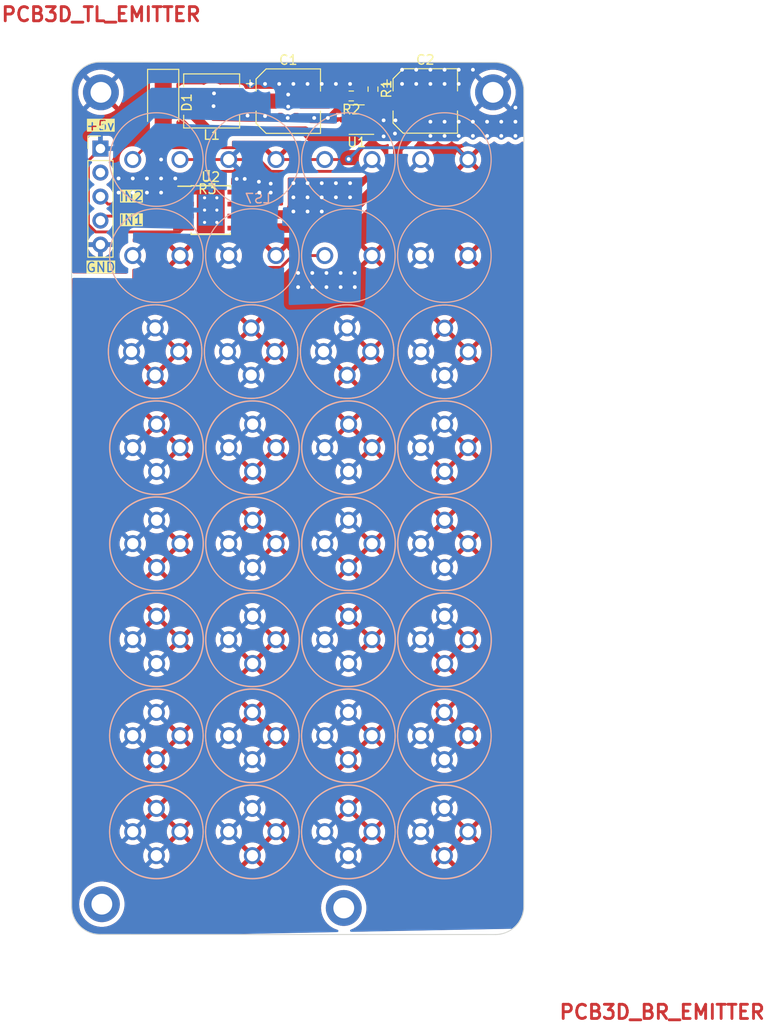
<source format=kicad_pcb>
(kicad_pcb (version 20221018) (generator pcbnew)
  (layers (0 "F.Cu" signal) (31 "B.Cu" signal) (34 "B.Paste" user) (35 "F.Paste" user) (36 "B.SilkS" user "B.Silkscreen") (37 "F.SilkS" user "F.Silkscreen") (38 "B.Mask" user) (39 "F.Mask" user) (44 "Edge.Cuts" user))
  (net 0 "")
  (net 1 "+5V")
  (net 2 "+3V3")
  (net 3 "U5")
  (net 4 "R6")
  (net 5 "GND")
  (net 6 "TM")
  (net 7 "TP")
  (net 8 "+24V")
  (net 9 "Net-(U2-ISEN)")
  (net 10 "Net-(D1-A)")
  (net 11 "Net-(U1-FB)")
  (footprint "Resistor_SMD:R_0603_1608Metric" (layer "F.Cu") (at 37.94 33.2 180)
    (fp_text reference "R3" (at 0 -1.43) (layer "F.SilkS"))
    (fp_text value "0.2")
    (pad "1" smd roundrect (at -0.825 0 180) (size 0.8 0.95) (layers "F.Cu" "F.Paste" "F.Mask") (net 9 "Net-(U2-ISEN)"))
    (pad "2" smd roundrect (at 0.825 0 180) (size 0.8 0.95) (layers "F.Cu" "F.Paste" "F.Mask") (net 5 "GND"))
  )
  (footprint "MountingHole:MountingHole_2.2mm_M2_DIN965_Pad_TopBottom" (layer "F.Cu") (at 52.37 110.69)
    (fp_text reference "H6" hide)
    (fp_text value "MountingHole_Pad" hide)
    (pad "1" thru_hole circle (at 0 0) (size 2.6 2.6) (drill 2.2) (layers "*.Cu" "*.Mask") (net 5 "GND"))
    (pad "1" connect circle (at 0 0) (size 3.8 3.8) (layers "F.Cu" "F.Mask") (net 5 "GND"))
    (pad "1" connect circle (at 0 0) (size 3.8 3.8) (layers "B.Cu" "B.Mask") (net 5 "GND"))
  )
  (footprint "MountingHole:MountingHole_2.2mm_M2_DIN965_Pad_TopBottom" (layer "F.Cu") (at 26.67 24.39)
    (fp_text reference "H2" hide)
    (fp_text value "MountingHole_Pad" hide)
    (pad "1" thru_hole circle (at 0 0) (size 2.6 2.6) (drill 2.2) (layers "*.Cu" "*.Mask") (net 5 "GND"))
    (pad "1" connect circle (at 0 0) (size 3.8 3.8) (layers "F.Cu" "F.Mask") (net 5 "GND"))
    (pad "1" connect circle (at 0 0) (size 3.8 3.8) (layers "B.Cu" "B.Mask") (net 5 "GND"))
  )
  (footprint "Resistor_SMD:R_0603_1608Metric" (layer "F.Cu") (at 53.165 24.775 180)
    (fp_text reference "R2" (at 0 -1.43) (layer "F.SilkS"))
    (fp_text value "2k2")
    (pad "1" smd roundrect (at -0.825 0 180) (size 0.8 0.95) (layers "F.Cu" "F.Paste" "F.Mask") (net 11 "Net-(U1-FB)"))
    (pad "2" smd roundrect (at 0.825 0 180) (size 0.8 0.95) (layers "F.Cu" "F.Paste" "F.Mask") (net 5 "GND"))
  )
  (footprint "Connector_PinHeader_2.54mm:PinHeader_1x05_P2.54mm_Vertical" (layer "F.Cu") (at 26.62 30.34)
    (fp_text reference "J1" (at 0 -2.33) (layer "F.SilkS"))
    (fp_text value "Conn_01x05_Pin")
    (pad "1" thru_hole rect (at 0 0) (size 1.7 1.7) (drill 1) (layers "*.Cu" "*.Mask") (net 1 "+5V"))
    (pad "2" thru_hole oval (at 0 2.54) (size 1.7 1.7) (drill 1) (layers "*.Cu" "*.Mask") (net 2 "+3V3"))
    (pad "3" thru_hole oval (at 0 5.08) (size 1.7 1.7) (drill 1) (layers "*.Cu" "*.Mask") (net 3 "U5"))
    (pad "4" thru_hole oval (at 0 7.62) (size 1.7 1.7) (drill 1) (layers "*.Cu" "*.Mask") (net 4 "R6"))
    (pad "5" thru_hole oval (at 0 10.16) (size 1.7 1.7) (drill 1) (layers "*.Cu" "*.Mask") (net 5 "GND"))
  )
  (footprint "Diode_SMD:D_SMA" (layer "F.Cu") (at 33.26 25.4675 -90)
    (fp_text reference "D1" (at 0 -2.5 90) (layer "F.SilkS"))
    (fp_text value "SS34 ")
    (pad "1" smd roundrect (at -2 0 270) (size 2.5 1.8) (layers "F.Cu" "F.Paste" "F.Mask") (roundrect_rratio 0.1388888889) (net 8 "+24V"))
    (pad "2" smd roundrect (at 2 0 270) (size 2.5 1.8) (layers "F.Cu" "F.Paste" "F.Mask") (roundrect_rratio 0.1388888889) (net 10 "Net-(D1-A)"))
  )
  (footprint "Package_SO:Texas_HTSOP-8-1EP_3.9x4.9mm_P1.27mm_EP2.95x4.9mm_Mask2.4x3.1mm_ThermalVias" (layer "F.Cu") (at 38.29 36.85)
    (fp_text reference "U2" (at 0 -3.5) (layer "F.SilkS"))
    (fp_text value "DRV8870DDA")
    (pad "1" smd rect (at -2.875 -1.905) (size 2.2 0.5) (layers "F.Cu" "F.Paste" "F.Mask") (net 5 "GND"))
    (pad "2" smd rect (at -2.875 -0.635) (size 2.2 0.5) (layers "F.Cu" "F.Paste" "F.Mask") (net 3 "U5"))
    (pad "3" smd rect (at -2.875 0.635) (size 2.2 0.5) (layers "F.Cu" "F.Paste" "F.Mask") (net 4 "R6"))
    (pad "4" smd rect (at -2.875 1.905) (size 2.2 0.5) (layers "F.Cu" "F.Paste" "F.Mask") (net 1 "+5V"))
    (pad "5" smd rect (at 2.875 1.905) (size 2.2 0.5) (layers "F.Cu" "F.Paste" "F.Mask") (net 8 "+24V"))
    (pad "6" smd rect (at 2.875 0.635) (size 2.2 0.5) (layers "F.Cu" "F.Paste" "F.Mask") (net 6 "TM"))
    (pad "7" smd rect (at 2.875 -0.635) (size 2.2 0.5) (layers "F.Cu" "F.Paste" "F.Mask") (net 9 "Net-(U2-ISEN)"))
    (pad "8" smd rect (at 2.875 -1.905) (size 2.2 0.5) (layers "F.Cu" "F.Paste" "F.Mask") (net 7 "TP"))
    (pad "9" thru_hole circle (at -0.65 -1.3) (size 0.63 0.63) (drill 0.33) (layers "*.Cu" "*.Mask") (net 5 "GND"))
    (pad "9" thru_hole circle (at -0.65 0) (size 0.63 0.63) (drill 0.33) (layers "*.Cu" "*.Mask") (net 5 "GND"))
    (pad "9" thru_hole circle (at -0.65 1.3) (size 0.63 0.63) (drill 0.33) (layers "*.Cu" "*.Mask") (net 5 "GND"))
    (pad "9" smd rect (at 0 0) (size 2.6 3.3) (layers "B.Cu") (net 5 "GND"))
    (pad "9" smd rect (at 0 0) (size 2.95 4.9) (layers "F.Cu") (net 5 "GND"))
    (pad "9" thru_hole circle (at 0.65 -1.3) (size 0.63 0.63) (drill 0.33) (layers "*.Cu" "*.Mask") (net 5 "GND"))
    (pad "9" thru_hole circle (at 0.65 0) (size 0.63 0.63) (drill 0.33) (layers "*.Cu" "*.Mask") (net 5 "GND"))
    (pad "9" thru_hole circle (at 0.65 1.3) (size 0.63 0.63) (drill 0.33) (layers "*.Cu" "*.Mask") (net 5 "GND"))
  )
  (footprint "Resistor_SMD:R_0603_1608Metric" (layer "F.Cu") (at 55.465 24.05 -90)
    (fp_text reference "R1" (at 0 -1.43 90) (layer "F.SilkS"))
    (fp_text value "82k")
    (pad "1" smd roundrect (at -0.825 0 270) (size 0.8 0.95) (layers "F.Cu" "F.Paste" "F.Mask") (net 8 "+24V"))
    (pad "2" smd roundrect (at 0.825 0 270) (size 0.8 0.95) (layers "F.Cu" "F.Paste" "F.Mask") (net 11 "Net-(U1-FB)"))
  )
  (footprint "MountingHole:MountingHole_2.2mm_M2_DIN965_Pad_TopBottom" (layer "F.Cu") (at 26.77 110.29)
    (fp_text reference "H4" hide)
    (fp_text value "MountingHole_Pad" hide)
    (pad "1" thru_hole circle (at 0 0) (size 2.6 2.6) (drill 2.2) (layers "*.Cu" "*.Mask") (net 5 "GND"))
    (pad "1" connect circle (at 0 0) (size 3.8 3.8) (layers "F.Cu" "F.Mask") (net 5 "GND"))
    (pad "1" connect circle (at 0 0) (size 3.8 3.8) (layers "B.Cu" "B.Mask") (net 5 "GND"))
  )
  (footprint "Inductor_SMD:L_Sunlord_MWSA0503S" (layer "F.Cu") (at 38.39 25.3 180)
    (fp_text reference "L1" (at 0 -3.6) (layer "F.SilkS"))
    (fp_text value "22uH")
    (pad "1" smd rect (at -2.05 0 180) (size 1.9 2.5) (layers "F.Cu" "F.Paste" "F.Mask") (net 1 "+5V"))
    (pad "2" smd rect (at 2.05 0 180) (size 1.9 2.5) (layers "F.Cu" "F.Paste" "F.Mask") (net 10 "Net-(D1-A)"))
  )
  (footprint "Package_TO_SOT_SMD:SOT-23-6" (layer "F.Cu") (at 53.74 27.275 180)
    (fp_text reference "U1" (at 0 -2.4) (layer "F.SilkS"))
    (fp_text value "MT3608")
    (pad "1" smd roundrect (at -1.1375 -0.95 180) (size 1.325 0.6) (layers "F.Cu" "F.Paste" "F.Mask") (net 10 "Net-(D1-A)"))
    (pad "2" smd roundrect (at -1.1375 0 180) (size 1.325 0.6) (layers "F.Cu" "F.Paste" "F.Mask") (net 5 "GND"))
    (pad "3" smd roundrect (at -1.1375 0.95 180) (size 1.325 0.6) (layers "F.Cu" "F.Paste" "F.Mask") (net 11 "Net-(U1-FB)"))
    (pad "4" smd roundrect (at 1.1375 0.95 180) (size 1.325 0.6) (layers "F.Cu" "F.Paste" "F.Mask") (net 1 "+5V"))
    (pad "5" smd roundrect (at 1.1375 0 180) (size 1.325 0.6) (layers "F.Cu" "F.Paste" "F.Mask") (net 1 "+5V"))
    (pad "6" smd roundrect (at 1.1375 -0.95 180) (size 1.325 0.6) (layers "F.Cu" "F.Paste" "F.Mask"))
  )
  (footprint "Capacitor_SMD:CP_Elec_6.3x5.4" (layer "F.Cu") (at 61 25.3)
    (fp_text reference "C2" (at 0 -4.35) (layer "F.SilkS"))
    (fp_text value "33uF")
    (pad "1" smd roundrect (at -2.8 0) (size 3.5 1.6) (layers "F.Cu" "F.Paste" "F.Mask") (roundrect_rratio 0.15625) (net 8 "+24V"))
    (pad "2" smd roundrect (at 2.8 0) (size 3.5 1.6) (layers "F.Cu" "F.Paste" "F.Mask") (roundrect_rratio 0.15625) (net 5 "GND"))
  )
  (footprint "Capacitor_SMD:CP_Elec_6.3x5.4" (layer "F.Cu") (at 46.5 25.32)
    (fp_text reference "C1" (at 0 -4.35) (layer "F.SilkS"))
    (fp_text value "33uF")
    (pad "1" smd roundrect (at -2.8 0) (size 3.5 1.6) (layers "F.Cu" "F.Paste" "F.Mask") (roundrect_rratio 0.15625) (net 1 "+5V"))
    (pad "2" smd roundrect (at 2.8 0) (size 3.5 1.6) (layers "F.Cu" "F.Paste" "F.Mask") (roundrect_rratio 0.15625) (net 5 "GND"))
  )
  (footprint "MountingHole:MountingHole_2.2mm_M2_DIN965_Pad_TopBottom" (layer "F.Cu") (at 68.17 24.39)
    (fp_text reference "H5" hide)
    (fp_text value "MountingHole_Pad")
    (pad "1" thru_hole circle (at 0 0) (size 2.6 2.6) (drill 2.2) (layers "*.Cu" "*.Mask") (net 5 "GND"))
    (pad "1" connect circle (at 0 0) (size 3.8 3.8) (layers "F.Cu" "F.Mask") (net 5 "GND"))
    (pad "1" connect circle (at 0 0) (size 3.8 3.8) (layers "B.Cu" "B.Mask") (net 5 "GND"))
  )
  (footprint "MA40S4S:XDCR_MA40S4S" (layer "B.Cu") (at 52.729048 51.82)
    (fp_text reference "LS10" hide)
    (fp_text value "MA40S4S" hide)
    (pad "1" thru_hole circle (at -2.5 0) (size 1.8 1.8) (drill 1.2) (layers "*.Cu" "*.Mask") (net 7 "TP"))
    (pad "2" thru_hole circle (at 2.5 0) (size 1.8 1.8) (drill 1.2) (layers "*.Cu" "*.Mask") (net 6 "TM"))
  )
  (footprint "MA40S4S:XDCR_MA40S4S" (layer "B.Cu") (at 63.045002 82.325 90)
    (fp_text reference "LS73" hide)
    (fp_text value "MA40S4S" hide)
    (pad "1" thru_hole circle (at -2.5 0 90) (size 1.8 1.8) (drill 1.2) (layers "*.Cu" "*.Mask") (net 6 "TM"))
    (pad "2" thru_hole circle (at 2.5 0 90) (size 1.8 1.8) (drill 1.2) (layers "*.Cu" "*.Mask") (net 7 "TP"))
  )
  (footprint "MA40S4S:XDCR_MA40S4S" (layer "B.Cu") (at 42.7 82.3 180)
    (fp_text reference "LS23" hide)
    (fp_text value "MA40S4S" hide)
    (pad "1" thru_hole circle (at -2.5 0 180) (size 1.8 1.8) (drill 1.2) (layers "*.Cu" "*.Mask") (net 6 "TM"))
    (pad "2" thru_hole circle (at 2.5 0 180) (size 1.8 1.8) (drill 1.2) (layers "*.Cu" "*.Mask") (net 7 "TP"))
  )
  (footprint "MA40S4S:XDCR_MA40S4S" (layer "B.Cu") (at 32.54 82.3)
    (fp_text reference "LS24" hide)
    (fp_text value "MA40S4S" hide)
    (pad "1" thru_hole circle (at -2.5 0) (size 1.8 1.8) (drill 1.2) (layers "*.Cu" "*.Mask") (net 7 "TP"))
    (pad "2" thru_hole circle (at 2.5 0) (size 1.8 1.8) (drill 1.2) (layers "*.Cu" "*.Mask") (net 6 "TM"))
  )
  (footprint "MA40S4S:XDCR_MA40S4S" (layer "B.Cu") (at 63.02 102.654998 90)
    (fp_text reference "LS75" hide)
    (fp_text value "MA40S4S" hide)
    (pad "1" thru_hole circle (at -2.5 0 90) (size 1.8 1.8) (drill 1.2) (layers "*.Cu" "*.Mask") (net 6 "TM"))
    (pad "2" thru_hole circle (at 2.5 0 90) (size 1.8 1.8) (drill 1.2) (layers "*.Cu" "*.Mask") (net 7 "TP"))
  )
  (footprint "MA40S4S:XDCR_MA40S4S" (layer "B.Cu") (at 63.02 72.14 180)
    (fp_text reference "LS17" hide)
    (fp_text value "MA40S4S" hide)
    (pad "1" thru_hole circle (at -2.5 0 180) (size 1.8 1.8) (drill 1.2) (layers "*.Cu" "*.Mask") (net 6 "TM"))
    (pad "2" thru_hole circle (at 2.5 0 180) (size 1.8 1.8) (drill 1.2) (layers "*.Cu" "*.Mask") (net 7 "TP"))
  )
  (footprint "MA40S4S:XDCR_MA40S4S" (layer "B.Cu") (at 32.565001 72.165 -90)
    (fp_text reference "LS86" hide)
    (fp_text value "MA40S4S" hide)
    (pad "1" thru_hole circle (at -2.5 0 270) (size 1.8 1.8) (drill 1.2) (layers "*.Cu" "*.Mask") (net 7 "TP"))
    (pad "2" thru_hole circle (at 2.5 0 270) (size 1.8 1.8) (drill 1.2) (layers "*.Cu" "*.Mask") (net 6 "TM"))
  )
  (footprint "MA40S4S:XDCR_MA40S4S" (layer "B.Cu") (at 52.86 31.5 180)
    (fp_text reference "LS2" hide)
    (fp_text value "MA40S4S" hide)
    (pad "1" thru_hole circle (at -2.5 0 180) (size 1.8 1.8) (drill 1.2) (layers "*.Cu" "*.Mask") (net 7 "TP"))
    (pad "2" thru_hole circle (at 2.5 0 180) (size 1.8 1.8) (drill 1.2) (layers "*.Cu" "*.Mask") (net 6 "TM"))
  )
  (footprint "MA40S4S:XDCR_MA40S4S" (layer "B.Cu") (at 42.569048 51.82 90)
    (fp_text reference "LS84" hide)
    (fp_text value "MA40S4S" hide)
    (pad "1" thru_hole circle (at -2.5 0 90) (size 1.8 1.8) (drill 1.2) (layers "*.Cu" "*.Mask") (net 7 "TP"))
    (pad "2" thru_hole circle (at 2.5 0 90) (size 1.8 1.8) (drill 1.2) (layers "*.Cu" "*.Mask") (net 6 "TM"))
  )
  (footprint "MA40S4S:XDCR_MA40S4S" (layer "B.Cu") (at 32.409048 51.82 -90)
    (fp_text reference "LS88" hide)
    (fp_text value "MA40S4S" hide)
    (pad "1" thru_hole circle (at -2.5 0 270) (size 1.8 1.8) (drill 1.2) (layers "*.Cu" "*.Mask") (net 7 "TP"))
    (pad "2" thru_hole circle (at 2.5 0 270) (size 1.8 1.8) (drill 1.2) (layers "*.Cu" "*.Mask") (net 6 "TM"))
  )
  (footprint "MA40S4S:XDCR_MA40S4S" (layer "B.Cu") (at 32.54 72.14)
    (fp_text reference "LS20" hide)
    (fp_text value "MA40S4S" hide)
    (pad "1" thru_hole circle (at -2.5 0) (size 1.8 1.8) (drill 1.2) (layers "*.Cu" "*.Mask") (net 7 "TP"))
    (pad "2" thru_hole circle (at 2.5 0) (size 1.8 1.8) (drill 1.2) (layers "*.Cu" "*.Mask") (net 6 "TM"))
  )
  (footprint "MA40S4S:XDCR_MA40S4S" (layer "B.Cu") (at 63.02 102.62 180)
    (fp_text reference "LS29" hide)
    (fp_text value "MA40S4S" hide)
    (pad "1" thru_hole circle (at -2.5 0 180) (size 1.8 1.8) (drill 1.2) (layers "*.Cu" "*.Mask") (net 6 "TM"))
    (pad "2" thru_hole circle (at 2.5 0 180) (size 1.8 1.8) (drill 1.2) (layers "*.Cu" "*.Mask") (net 7 "TP"))
  )
  (footprint "MA40S4S:XDCR_MA40S4S" (layer "B.Cu") (at 63.045002 51.845001 90)
    (fp_text reference "LS76" hide)
    (fp_text value "MA40S4S" hide)
    (pad "1" thru_hole circle (at -2.5 0 90) (size 1.8 1.8) (drill 1.2) (layers "*.Cu" "*.Mask") (net 7 "TP"))
    (pad "2" thru_hole circle (at 2.5 0 90) (size 1.8 1.8) (drill 1.2) (layers "*.Cu" "*.Mask") (net 6 "TM"))
  )
  (footprint "MA40S4S:XDCR_MA40S4S" (layer "B.Cu") (at 52.729048 51.82 -90)
    (fp_text reference "LS80" hide)
    (fp_text value "MA40S4S" hide)
    (pad "1" thru_hole circle (at -2.5 0 270) (size 1.8 1.8) (drill 1.2) (layers "*.Cu" "*.Mask") (net 7 "TP"))
    (pad "2" thru_hole circle (at 2.5 0 270) (size 1.8 1.8) (drill 1.2) (layers "*.Cu" "*.Mask") (net 6 "TM"))
  )
  (footprint "MA40S4S:XDCR_MA40S4S" (layer "B.Cu") (at 32.565001 82.325 -90)
    (fp_text reference "LS85" hide)
    (fp_text value "MA40S4S" hide)
    (pad "1" thru_hole circle (at -2.5 0 270) (size 1.8 1.8) (drill 1.2) (layers "*.Cu" "*.Mask") (net 6 "TM"))
    (pad "2" thru_hole circle (at 2.5 0 270) (size 1.8 1.8) (drill 1.2) (layers "*.Cu" "*.Mask") (net 7 "TP"))
  )
  (footprint "MA40S4S:XDCR_MA40S4S" (layer "B.Cu") (at 32.54 41.66)
    (fp_text reference "LS8" hide)
    (fp_text value "MA40S4S" hide)
    (pad "1" thru_hole circle (at -2.5 0) (size 1.8 1.8) (drill 1.2) (layers "*.Cu" "*.Mask") (net 7 "TP"))
    (pad "2" thru_hole circle (at 2.5 0) (size 1.8 1.8) (drill 1.2) (layers "*.Cu" "*.Mask") (net 6 "TM"))
  )
  (footprint "MA40S4S:XDCR_MA40S4S" (layer "B.Cu") (at 63.02 41.66 180)
    (fp_text reference "LS5" hide)
    (fp_text value "MA40S4S" hide)
    (pad "1" thru_hole circle (at -2.5 0 180) (size 1.8 1.8) (drill 1.2) (layers "*.Cu" "*.Mask") (net 6 "TM"))
    (pad "2" thru_hole circle (at 2.5 0 180) (size 1.8 1.8) (drill 1.2) (layers "*.Cu" "*.Mask") (net 7 "TP"))
  )
  (footprint "MA40S4S:XDCR_MA40S4S" (layer "B.Cu") (at 52.885 72.165 -90)
    (fp_text reference "LS78" hide)
    (fp_text value "MA40S4S" hide)
    (pad "1" thru_hole circle (at -2.5 0 270) (size 1.8 1.8) (drill 1.2) (layers "*.Cu" "*.Mask") (net 7 "TP"))
    (pad "2" thru_hole circle (at 2.5 0 270) (size 1.8 1.8) (drill 1.2) (layers "*.Cu" "*.Mask") (net 6 "TM"))
  )
  (footprint "MA40S4S:XDCR_MA40S4S" (layer "B.Cu") (at 42.725001 62.005 90)
    (fp_text reference "LS83" hide)
    (fp_text value "MA40S4S" hide)
    (pad "1" thru_hole circle (at -2.5 0 90) (size 1.8 1.8) (drill 1.2) (layers "*.Cu" "*.Mask") (net 6 "TM"))
    (pad "2" thru_hole circle (at 2.5 0 90) (size 1.8 1.8) (drill 1.2) (layers "*.Cu" "*.Mask") (net 7 "TP"))
  )
  (footprint "MA40S4S:XDCR_MA40S4S" (layer "B.Cu") (at 52.859999 92.495 -90)
    (fp_text reference "LS80" hide)
    (fp_text value "MA40S4S" hide)
    (pad "1" thru_hole circle (at -2.5 0 270) (size 1.8 1.8) (drill 1.2) (layers "*.Cu" "*.Mask") (net 7 "TP"))
    (pad "2" thru_hole circle (at 2.5 0 270) (size 1.8 1.8) (drill 1.2) (layers "*.Cu" "*.Mask") (net 6 "TM"))
  )
  (footprint "MA40S4S:XDCR_MA40S4S" (layer "B.Cu") (at 63.02 31.5 180)
    (fp_text reference "LS1" hide)
    (fp_text value "MA40S4S" hide)
    (pad "1" thru_hole circle (at -2.5 0 180) (size 1.8 1.8) (drill 1.2) (layers "*.Cu" "*.Mask") (net 6 "TM"))
    (pad "2" thru_hole circle (at 2.5 0 180) (size 1.8 1.8) (drill 1.2) (layers "*.Cu" "*.Mask") (net 7 "TP"))
  )
  (footprint "MA40S4S:XDCR_MA40S4S" (layer "B.Cu") (at 52.86 92.46)
    (fp_text reference "LS26" hide)
    (fp_text value "MA40S4S" hide)
    (pad "1" thru_hole circle (at -2.5 0) (size 1.8 1.8) (drill 1.2) (layers "*.Cu" "*.Mask") (net 7 "TP"))
    (pad "2" thru_hole circle (at 2.5 0) (size 1.8 1.8) (drill 1.2) (layers "*.Cu" "*.Mask") (net 6 "TM"))
  )
  (footprint "MA40S4S:XDCR_MA40S4S" (layer "B.Cu") (at 32.54 102.62)
    (fp_text reference "LS32" hide)
    (fp_text value "MA40S4S" hide)
    (pad "1" thru_hole circle (at -2.5 0) (size 1.8 1.8) (drill 1.2) (layers "*.Cu" "*.Mask") (net 7 "TP"))
    (pad "2" thru_hole circle (at 2.5 0) (size 1.8 1.8) (drill 1.2) (layers "*.Cu" "*.Mask") (net 6 "TM"))
  )
  (footprint "MA40S4S:XDCR_MA40S4S" (layer "B.Cu") (at 32.565001 62.005 -90)
    (fp_text reference "LS87" hide)
    (fp_text value "MA40S4S" hide)
    (pad "1" thru_hole circle (at -2.5 0 270) (size 1.8 1.8) (drill 1.2) (layers "*.Cu" "*.Mask") (net 6 "TM"))
    (pad "2" thru_hole circle (at 2.5 0 270) (size 1.8 1.8) (drill 1.2) (layers "*.Cu" "*.Mask") (net 7 "TP"))
  )
  (footprint "MA40S4S:XDCR_MA40S4S" (layer "B.Cu") (at 32.54 92.46)
    (fp_text reference "LS28" hide)
    (fp_text value "MA40S4S" hide)
    (pad "1" thru_hole circle (at -2.5 0) (size 1.8 1.8) (drill 1.2) (layers "*.Cu" "*.Mask") (net 7 "TP"))
    (pad "2" thru_hole circle (at 2.5 0) (size 1.8 1.8) (drill 1.2) (layers "*.Cu" "*.Mask") (net 6 "TM"))
  )
  (footprint "MA40S4S:XDCR_MA40S4S" (layer "B.Cu") (at 42.7 31.5 180)
    (fp_text reference "LS3" hide)
    (fp_text value "MA40S4S" hide)
    (pad "1" thru_hole circle (at -2.5 0 180) (size 1.8 1.8) (drill 1.2) (layers "*.Cu" "*.Mask") (net 6 "TM"))
    (pad "2" thru_hole circle (at 2.5 0 180) (size 1.8 1.8) (drill 1.2) (layers "*.Cu" "*.Mask") (net 7 "TP"))
  )
  (footprint "MA40S4S:XDCR_MA40S4S" (layer "B.Cu") (at 32.54 92.495 -90)
    (fp_text reference "LS88" hide)
    (fp_text value "MA40S4S" hide)
    (pad "1" thru_hole circle (at -2.5 0 270) (size 1.8 1.8) (drill 1.2) (layers "*.Cu" "*.Mask") (net 7 "TP"))
    (pad "2" thru_hole circle (at 2.5 0 270) (size 1.8 1.8) (drill 1.2) (layers "*.Cu" "*.Mask") (net 6 "TM"))
  )
  (footprint "MA40S4S:XDCR_MA40S4S" (layer "B.Cu") (at 42.7 72.14 180)
    (fp_text reference "LS19" hide)
    (fp_text value "MA40S4S" hide)
    (pad "1" thru_hole circle (at -2.5 0 180) (size 1.8 1.8) (drill 1.2) (layers "*.Cu" "*.Mask") (net 6 "TM"))
    (pad "2" thru_hole circle (at 2.5 0 180) (size 1.8 1.8) (drill 1.2) (layers "*.Cu" "*.Mask") (net 7 "TP"))
  )
  (footprint "MA40S4S:XDCR_MA40S4S" (layer "B.Cu") (at 52.86 82.3)
    (fp_text reference "LS22" hide)
    (fp_text value "MA40S4S" hide)
    (pad "1" thru_hole circle (at -2.5 0) (size 1.8 1.8) (drill 1.2) (layers "*.Cu" "*.Mask") (net 7 "TP"))
    (pad "2" thru_hole circle (at 2.5 0) (size 1.8 1.8) (drill 1.2) (layers "*.Cu" "*.Mask") (net 6 "TM"))
  )
  (footprint "MA40S4S:XDCR_MA40S4S" (layer "B.Cu") (at 52.885 82.325 -90)
    (fp_text reference "LS77" hide)
    (fp_text value "MA40S4S" hide)
    (pad "1" thru_hole circle (at -2.5 0 270) (size 1.8 1.8) (drill 1.2) (layers "*.Cu" "*.Mask") (net 6 "TM"))
    (pad "2" thru_hole circle (at 2.5 0 270) (size 1.8 1.8) (drill 1.2) (layers "*.Cu" "*.Mask") (net 7 "TP"))
  )
  (footprint "MA40S4S:XDCR_MA40S4S" (layer "B.Cu") (at 42.699999 102.655 90)
    (fp_text reference "LS83" hide)
    (fp_text value "MA40S4S" hide)
    (pad "1" thru_hole circle (at -2.5 0 90) (size 1.8 1.8) (drill 1.2) (layers "*.Cu" "*.Mask") (net 6 "TM"))
    (pad "2" thru_hole circle (at 2.5 0 90) (size 1.8 1.8) (drill 1.2) (layers "*.Cu" "*.Mask") (net 7 "TP"))
  )
  (footprint "MA40S4S:XDCR_MA40S4S" (layer "B.Cu") (at 63.02 82.3 180)
    (fp_text reference "LS21" hide)
    (fp_text value "MA40S4S" hide)
    (pad "1" thru_hole circle (at -2.5 0 180) (size 1.8 1.8) (drill 1.2) (layers "*.Cu" "*.Mask") (net 6 "TM"))
    (pad "2" thru_hole circle (at 2.5 0 180) (size 1.8 1.8) (drill 1.2) (layers "*.Cu" "*.Mask") (net 7 "TP"))
  )
  (footprint "MA40S4S:XDCR_MA40S4S" (layer "B.Cu") (at 63.02 92.495001 90)
    (fp_text reference "LS76" hide)
    (fp_text value "MA40S4S" hide)
    (pad "1" thru_hole circle (at -2.5 0 90) (size 1.8 1.8) (drill 1.2) (layers "*.Cu" "*.Mask") (net 7 "TP"))
    (pad "2" thru_hole circle (at 2.5 0 90) (size 1.8 1.8) (drill 1.2) (layers "*.Cu" "*.Mask") (net 6 "TM"))
  )
  (footprint "MA40S4S:XDCR_MA40S4S" (layer "B.Cu") (at 42.7 102.62 180)
    (fp_text reference "LS31" hide)
    (fp_text value "MA40S4S" hide)
    (pad "1" thru_hole circle (at -2.5 0 180) (size 1.8 1.8) (drill 1.2) (layers "*.Cu" "*.Mask") (net 6 "TM"))
    (pad "2" thru_hole circle (at 2.5 0 180) (size 1.8 1.8) (drill 1.2) (layers "*.Cu" "*.Mask") (net 7 "TP"))
  )
  (footprint "MA40S4S:XDCR_MA40S4S" (layer "B.Cu") (at 63.02 61.98 180)
    (fp_text reference "LS13" hide)
    (fp_text value "MA40S4S" hide)
    (pad "1" thru_hole circle (at -2.5 0 180) (size 1.8 1.8) (drill 1.2) (layers "*.Cu" "*.Mask") (net 6 "TM"))
    (pad "2" thru_hole circle (at 2.5 0 180) (size 1.8 1.8) (drill 1.2) (layers "*.Cu" "*.Mask") (net 7 "TP"))
  )
  (footprint "MA40S4S:XDCR_MA40S4S" (layer "B.Cu") (at 32.54 31.5 180)
    (fp_text reference "LS4" hide)
    (fp_text value "MA40S4S" hide)
    (pad "1" thru_hole circle (at -2.5 0 180) (size 1.8 1.8) (drill 1.2) (layers "*.Cu" "*.Mask") (net 7 "TP"))
    (pad "2" thru_hole circle (at 2.5 0 180) (size 1.8 1.8) (drill 1.2) (layers "*.Cu" "*.Mask") (net 6 "TM"))
  )
  (footprint "MA40S4S:XDCR_MA40S4S" (layer "B.Cu") (at 52.859999 102.655 -90)
    (fp_text reference "LS79" hide)
    (fp_text value "MA40S4S" hide)
    (pad "1" thru_hole circle (at -2.5 0 270) (size 1.8 1.8) (drill 1.2) (layers "*.Cu" "*.Mask") (net 6 "TM"))
    (pad "2" thru_hole circle (at 2.5 0 270) (size 1.8 1.8) (drill 1.2) (layers "*.Cu" "*.Mask") (net 7 "TP"))
  )
  (footprint "MA40S4S:XDCR_MA40S4S" (layer "B.Cu") (at 32.54 61.98)
    (fp_text reference "LS16" hide)
    (fp_text value "MA40S4S" hide)
    (pad "1" thru_hole circle (at -2.5 0) (size 1.8 1.8) (drill 1.2) (layers "*.Cu" "*.Mask") (net 7 "TP"))
    (pad "2" thru_hole circle (at 2.5 0) (size 1.8 1.8) (drill 1.2) (layers "*.Cu" "*.Mask") (net 6 "TM"))
  )
  (footprint "MA40S4S:XDCR_MA40S4S" (layer "B.Cu") (at 32.539999 102.655 -90)
    (fp_text reference "LS87" hide)
    (fp_text value "MA40S4S" hide)
    (pad "1" thru_hole circle (at -2.5 0 270) (size 1.8 1.8) (drill 1.2) (layers "*.Cu" "*.Mask") (net 6 "TM"))
    (pad "2" thru_hole circle (at 2.5 0 270) (size 1.8 1.8) (drill 1.2) (layers "*.Cu" "*.Mask") (net 7 "TP"))
  )
  (footprint "MA40S4S:XDCR_MA40S4S" (layer "B.Cu") (at 42.725001 72.165 90)
    (fp_text reference "LS82" hide)
    (fp_text value "MA40S4S" hide)
    (pad "1" thru_hole circle (at -2.5 0 90) (size 1.8 1.8) (drill 1.2) (layers "*.Cu" "*.Mask") (net 7 "TP"))
    (pad "2" thru_hole circle (at 2.5 0 90) (size 1.8 1.8) (drill 1.2) (layers "*.Cu" "*.Mask") (net 6 "TM"))
  )
  (footprint "MA40S4S:XDCR_MA40S4S" (layer "B.Cu") (at 63.045002 51.845001 180)
    (fp_text reference "LS9" hide)
    (fp_text value "MA40S4S" hide)
    (pad "1" thru_hole circle (at -2.5 0 180) (size 1.8 1.8) (drill 1.2) (layers "*.Cu" "*.Mask") (net 6 "TM"))
    (pad "2" thru_hole circle (at 2.5 0 180) (size 1.8 1.8) (drill 1.2) (layers "*.Cu" "*.Mask") (net 7 "TP"))
  )
  (footprint "MA40S4S:XDCR_MA40S4S" (layer "B.Cu") (at 42.569048 51.82 180)
    (fp_text reference "LS11" hide)
    (fp_text value "MA40S4S" hide)
    (pad "1" thru_hole circle (at -2.5 0 180) (size 1.8 1.8) (drill 1.2) (layers "*.Cu" "*.Mask") (net 6 "TM"))
    (pad "2" thru_hole circle (at 2.5 0 180) (size 1.8 1.8) (drill 1.2) (layers "*.Cu" "*.Mask") (net 7 "TP"))
  )
  (footprint "MA40S4S:XDCR_MA40S4S" (layer "B.Cu") (at 63.045002 62.004998 90)
    (fp_text reference "LS75" hide)
    (fp_text value "MA40S4S" hide)
    (pad "1" thru_hole circle (at -2.5 0 90) (size 1.8 1.8) (drill 1.2) (layers "*.Cu" "*.Mask") (net 6 "TM"))
    (pad "2" thru_hole circle (at 2.5 0 90) (size 1.8 1.8) (drill 1.2) (layers "*.Cu" "*.Mask") (net 7 "TP"))
  )
  (footprint "MA40S4S:XDCR_MA40S4S" (layer "B.Cu") (at 52.86 41.66)
    (fp_text reference "LS6" hide)
    (fp_text value "MA40S4S" hide)
    (pad "1" thru_hole circle (at -2.5 0) (size 1.8 1.8) (drill 1.2) (layers "*.Cu" "*.Mask") (net 7 "TP"))
    (pad "2" thru_hole circle (at 2.5 0) (size 1.8 1.8) (drill 1.2) (layers "*.Cu" "*.Mask") (net 6 "TM"))
  )
  (footprint "MA40S4S:XDCR_MA40S4S" (layer "B.Cu") (at 63.045002 72.165 90)
    (fp_text reference "LS74" hide)
    (fp_text value "MA40S4S" hide)
    (pad "1" thru_hole circle (at -2.5 0 90) (size 1.8 1.8) (drill 1.2) (layers "*.Cu" "*.Mask") (net 7 "TP"))
    (pad "2" thru_hole circle (at 2.5 0 90) (size 1.8 1.8) (drill 1.2) (layers "*.Cu" "*.Mask") (net 6 "TM"))
  )
  (footprint "MA40S4S:XDCR_MA40S4S" (layer "B.Cu") (at 52.885001 62.005 -90)
    (fp_text reference "LS79" hide)
    (fp_text value "MA40S4S" hide)
    (pad "1" thru_hole circle (at -2.5 0 270) (size 1.8 1.8) (drill 1.2) (layers "*.Cu" "*.Mask") (net 6 "TM"))
    (pad "2" thru_hole circle (at 2.5 0 270) (size 1.8 1.8) (drill 1.2) (layers "*.Cu" "*.Mask") (net 7 "TP"))
  )
  (footprint "MA40S4S:XDCR_MA40S4S" (layer "B.Cu") (at 63.02 92.46 180)
    (fp_text reference "LS25" hide)
    (fp_text value "MA40S4S" hide)
    (pad "1" thru_hole circle (at -2.5 0 180) (size 1.8 1.8) (drill 1.2) (layers "*.Cu" "*.Mask") (net 6 "TM"))
    (pad "2" thru_hole circle (at 2.5 0 180) (size 1.8 1.8) (drill 1.2) (layers "*.Cu" "*.Mask") (net 7 "TP"))
  )
  (footprint "MA40S4S:XDCR_MA40S4S" (layer "B.Cu") (at 52.86 72.14)
    (fp_text reference "LS18" hide)
    (fp_text value "MA40S4S" hide)
    (pad "1" thru_hole circle (at -2.5 0) (size 1.8 1.8) (drill 1.2) (layers "*.Cu" "*.Mask") (net 7 "TP"))
    (pad "2" thru_hole circle (at 2.5 0) (size 1.8 1.8) (drill 1.2) (layers "*.Cu" "*.Mask") (net 6 "TM"))
  )
  (footprint "MA40S4S:XDCR_MA40S4S" (layer "B.Cu") (at 42.7 61.98 180)
    (fp_text reference "LS15" hide)
    (fp_text value "MA40S4S" hide)
    (pad "1" thru_hole circle (at -2.5 0 180) (size 1.8 1.8) (drill 1.2) (layers "*.Cu" "*.Mask") (net 6 "TM"))
    (pad "2" thru_hole circle (at 2.5 0 180) (size 1.8 1.8) (drill 1.2) (layers "*.Cu" "*.Mask") (net 7 "TP"))
  )
  (footprint "MA40S4S:XDCR_MA40S4S" (layer "B.Cu") (at 42.7 92.46 180)
    (fp_text reference "LS27" hide)
    (fp_text value "MA40S4S" hide)
    (pad "1" thru_hole circle (at -2.5 0 180) (size 1.8 1.8) (drill 1.2) (layers "*.Cu" "*.Mask") (net 6 "TM"))
    (pad "2" thru_hole circle (at 2.5 0 180) (size 1.8 1.8) (drill 1.2) (layers "*.Cu" "*.Mask") (net 7 "TP"))
  )
  (footprint "MA40S4S:XDCR_MA40S4S" (layer "B.Cu") (at 42.7 41.66 180)
    (fp_text reference "LS7" (at -0.575 6.035) (layer "B.SilkS") (effects (justify mirror)))
    (fp_text value "MA40S4S" hide)
    (pad "1" thru_hole circle (at -2.5 0 180) (size 1.8 1.8) (drill 1.2) (layers "*.Cu" "*.Mask") (net 6 "TM"))
    (pad "2" thru_hole circle (at 2.5 0 180) (size 1.8 1.8) (drill 1.2) (layers "*.Cu" "*.Mask") (net 7 "TP"))
  )
  (footprint "MA40S4S:XDCR_MA40S4S" (layer "B.Cu") (at 42.699999 92.495 90)
    (fp_text reference "LS84" hide)
    (fp_text value "MA40S4S" hide)
    (pad "1" thru_hole circle (at -2.5 0 90) (size 1.8 1.8) (drill 1.2) (layers "*.Cu" "*.Mask") (net 7 "TP"))
    (pad "2" thru_hole circle (at 2.5 0 90) (size 1.8 1.8) (drill 1.2) (layers "*.Cu" "*.Mask") (net 6 "TM"))
  )
  (footprint "MA40S4S:XDCR_MA40S4S" (layer "B.Cu") (at 42.725001 82.324999 90)
    (fp_text reference "LS81" hide)
    (fp_text value "MA40S4S" hide)
    (pad "1" thru_hole circle (at -2.5 0 90) (size 1.8 1.8) (drill 1.2) (layers "*.Cu" "*.Mask") (net 6 "TM"))
    (pad "2" thru_hole circle (at 2.5 0 90) (size 1.8 1.8) (drill 1.2) (layers "*.Cu" "*.Mask") (net 7 "TP"))
  )
  (footprint "MA40S4S:XDCR_MA40S4S" (layer "B.Cu") (at 32.409048 51.82)
    (fp_text reference "LS12" hide)
    (fp_text value "MA40S4S" hide)
    (pad "1" thru_hole circle (at -2.5 0) (size 1.8 1.8) (drill 1.2) (layers "*.Cu" "*.Mask") (net 7 "TP"))
    (pad "2" thru_hole circle (at 2.5 0) (size 1.8 1.8) (drill 1.2) (layers "*.Cu" "*.Mask") (net 6 "TM"))
  )
  (footprint "MA40S4S:XDCR_MA40S4S" (layer "B.Cu") (at 52.86 102.62)
    (fp_text reference "LS30" hide)
    (fp_text value "MA40S4S" hide)
    (pad "1" thru_hole circle (at -2.5 0) (size 1.8 1.8) (drill 1.2) (layers "*.Cu" "*.Mask") (net 7 "TP"))
    (pad "2" thru_hole circle (at 2.5 0) (size 1.8 1.8) (drill 1.2) (layers "*.Cu" "*.Mask") (net 6 "TM"))
  )
  (footprint "MA40S4S:XDCR_MA40S4S" (layer "B.Cu") (at 52.86 61.98)
    (fp_text reference "LS14" hide)
    (fp_text value "MA40S4S" hide)
    (pad "1" thru_hole circle (at -2.5 0) (size 1.8 1.8) (drill 1.2) (layers "*.Cu" "*.Mask") (net 7 "TP"))
    (pad "2" thru_hole circle (at 2.5 0) (size 1.8 1.8) (drill 1.2) (layers "*.Cu" "*.Mask") (net 6 "TM"))
  )
  (gr_arc (start 71.42868 110.49868) (mid 70.55 112.62) (end 68.42868 113.49868) (stroke (width 0.1)) (layer "Edge.Cuts"))
  (gr_arc (start 23.57 24.19) (mid 24.44868 22.06868) (end 26.57 21.19) (stroke (width 0.1)) (layer "Edge.Cuts"))
  (gr_arc (start 68.42868 21.22132) (mid 70.55 22.1) (end 71.42868 24.22132) (stroke (width 0.1)) (layer "Edge.Cuts"))
  (gr_line (start 23.57 110.49) (end 23.57 24.19) (stroke (width 0.1)) (layer "Edge.Cuts"))
  (gr_line (start 68.42868 113.49868) (end 26.57 113.49) (stroke (width 0.1)) (layer "Edge.Cuts"))
  (gr_line (start 71.42868 24.22132) (end 71.42868 110.49868) (stroke (width 0.1)) (layer "Edge.Cuts"))
  (gr_arc (start 26.57 113.49) (mid 24.44868 112.61132) (end 23.57 110.49) (stroke (width 0.1)) (layer "Edge.Cuts"))
  (gr_line (start 68.42868 21.22132) (end 26.57 21.19) (stroke (width 0.1)) (layer "Edge.Cuts"))
  (gr_text "PCB3D_BR_EMITTER\n" (at 75.04 122.58) (layer "F.Cu") (effects (font (size 1.5 1.5) (thickness 0.3) bold) (justify left bottom)))
  (gr_text "PCB3D_TL_EMITTER\n" (at 15.99 17.02) (layer "F.Cu") (effects (font (size 1.5 1.5) (thickness 0.3) bold) (justify left bottom)))
  (gr_text "IN1" (at 28.54 38.5) (layer "F.SilkS" knockout) (effects (font (size 1 1)) (justify left bottom)))
  (gr_text "GND" (at 25.04 43.5) (layer "F.SilkS" knockout) (effects (font (size 1 1)) (justify left bottom)))
  (gr_text "IN2" (at 28.54 36) (layer "F.SilkS" knockout) (effects (font (size 1 1)) (justify left bottom)))
  (gr_text "+5v" (at 25.04 28.5) (layer "F.SilkS" knockout) (effects (font (size 1 1)) (justify left bottom)))
  (segment (start 26.122943 39.16) (end 25.34 38.377057) (width 0.3) (layer "F.Cu") (net 1))
  (segment (start 25.34 38.377057) (end 25.34 31.62) (width 0.3) (layer "F.Cu") (net 1))
  (segment (start 40.46 25.32) (end 40.44 25.3) (width 0.5) (layer "F.Cu") (net 1))
  (segment (start 25.34 31.62) (end 26.62 30.34) (width 0.3) (layer "F.Cu") (net 1))
  (segment (start 35.415 38.755) (end 35.01 39.16) (width 0.3) (layer "F.Cu") (net 1))
  (segment (start 52.6025 27.275) (end 52.6025 26.325) (width 0.5) (layer "F.Cu") (net 1))
  (segment (start 51.465 26.325) (end 50.69 27.1) (width 0.5) (layer "F.Cu") (net 1))
  (segment (start 43.7 25.32) (end 40.46 25.32) (width 0.5) (layer "F.Cu") (net 1))
  (segment (start 52.6025 26.325) (end 51.465 26.325) (width 0.5) (layer "F.Cu") (net 1))
  (segment (start 35.01 39.16) (end 26.122943 39.16) (width 0.3) (layer "F.Cu") (net 1))
  (via (at 46.44 27.1) (size 0.8) (drill 0.4) (layers "F.Cu" "B.Cu") (net 1))
  (via (at 50.69 27.1) (size 0.8) (drill 0.4) (layers "F.Cu" "B.Cu") (net 1))
  (via (at 49.24 27.1) (size 0.8) (drill 0.4) (layers "F.Cu" "B.Cu") (net 1))
  (via (at 42.19 26.85) (size 0.8) (drill 0.4) (layers "F.Cu" "B.Cu") (net 1))
  (via (at 38.64 24.5) (size 0.8) (drill 0.4) (layers "F.Cu" "B.Cu") (net 1))
  (via (at 44.04 26.9) (size 0.8) (drill 0.4) (layers "F.Cu" "B.Cu") (net 1))
  (via (at 38.59 25.85) (size 0.8) (drill 0.4) (layers "F.Cu" "B.Cu") (net 1))
  (segment (start 27.415 36.215) (end 26.62 35.42) (width 0.3) (layer "F.Cu") (net 3))
  (segment (start 35.415 36.215) (end 27.415 36.215) (width 0.3) (layer "F.Cu") (net 3))
  (segment (start 27.095 37.485) (end 26.62 37.96) (width 0.3) (layer "F.Cu") (net 4))
  (segment (start 35.415 37.485) (end 27.095 37.485) (width 0.3) (layer "F.Cu") (net 4))
  (segment (start 48.59 25.2) (end 49.3 25.275) (width 1) (layer "F.Cu") (net 5))
  (segment (start 50.19 25.225) (end 48.59 25.2) (width 1) (layer "F.Cu") (net 5))
  (segment (start 49.3 25.32) (end 50.19 25.225) (width 1) (layer "F.Cu") (net 5))
  (segment (start 49.845 24.775) (end 49.3 25.32) (width 0.3) (layer "F.Cu") (net 5))
  (segment (start 52.34 24.775) (end 49.845 24.775) (width 0.3) (layer "F.Cu") (net 5))
  (via (at 48.54 23.5) (size 0.8) (drill 0.4) (layers "F.Cu" "B.Cu") (net 5))
  (via (at 44.04 23.5) (size 0.8) (drill 0.4) (layers "F.Cu" "B.Cu") (net 5))
  (via (at 58.54 22) (size 0.8) (drill 0.4) (layers "F.Cu" "B.Cu") (net 5))
  (via (at 64.54 29) (size 0.8) (drill 0.4) (layers "F.Cu" "B.Cu") (net 5))
  (via (at 64.54 27.5) (size 0.8) (drill 0.4) (layers "F.Cu" "B.Cu") (net 5))
  (via (at 51.54 23.5) (size 0.8) (drill 0.4) (layers "F.Cu" "B.Cu") (net 5))
  (via (at 30.04 33.5) (size 0.8) (drill 0.4) (layers "F.Cu" "B.Cu") (net 5))
  (via (at 57.79 28.75) (size 0.8) (drill 0.4) (layers "F.Cu" "B.Cu") (net 5))
  (via (at 70.54 26) (size 0.8) (drill 0.4) (layers "F.Cu" "B.Cu") (net 5))
  (via (at 67.54 27.5) (size 0.8) (drill 0.4) (layers "F.Cu" "B.Cu") (net 5))
  (via (at 66.04 27.5) (size 0.8) (drill 0.4) (layers "F.Cu" "B.Cu") (net 5))
  (via (at 56.59 29.05) (size 0.8) (drill 0.4) (layers "F.Cu" "B.Cu") (net 5))
  (via (at 47.04 23.5) (size 0.8) (drill 0.4) (layers "F.Cu" "B.Cu") (net 5))
  (via (at 28.54 33.5) (size 0.8) (drill 0.4) (layers "F.Cu" "B.Cu") (net 5))
  (via (at 46.49 25.9) (size 0.8) (drill 0.4) (layers "F.Cu" "B.Cu") (net 5))
  (via (at 66.04 29) (size 0.8) (drill 0.4) (layers "F.Cu" "B.Cu") (net 5))
  (via (at 53.04 23.5) (size 0.8) (drill 0.4) (layers "F.Cu" "B.Cu") (net 5))
  (via (at 57.84 27.35) (size 0.8) (drill 0.4) (layers "F.Cu" "B.Cu") (net 5))
  (via (at 31.54 33.5) (size 0.8) (drill 0.4) (layers "F.Cu" "B.Cu") (net 5))
  (via (at 50.04 23.5) (size 0.8) (drill 0.4) (layers "F.Cu" "B.Cu") (net 5))
  (via (at 63.04 23.5) (size 0.8) (drill 0.4) (layers "F.Cu" "B.Cu") (net 5))
  (via (at 69.04 27.5) (size 0.8) (drill 0.4) (layers "F.Cu" "B.Cu") (net 5))
  (via (at 46.49 24.625) (size 0.8) (drill 0.4) (layers "F.Cu" "B.Cu") (net 5))
  (via (at 66.04 22) (size 0.8) (drill 0.4) (layers "F.Cu" "B.Cu") (net 5))
  (via (at 64.54 23.5) (size 0.8) (drill 0.4) (layers "F.Cu" "B.Cu") (net 5))
  (via (at 45.54 23.5) (size 0.8) (drill 0.4) (layers "F.Cu" "B.Cu") (net 5))
  (via (at 64.54 22) (size 0.8) (drill 0.4) (layers "F.Cu" "B.Cu") (net 5))
  (via (at 60.04 23.5) (size 0.8) (drill 0.4) (layers "F.Cu" "B.Cu") (net 5))
  (via (at 56.59 27.35) (size 0.8) (drill 0.4) (layers "F.Cu" "B.Cu") (net 5))
  (via (at 61.54 29) (size 0.8) (drill 0.4) (layers "F.Cu" "B.Cu") (net 5))
  (via (at 63.04 27.5) (size 0.8) (drill 0.4) (layers "F.Cu" "B.Cu") (net 5))
  (via (at 63.04 29) (size 0.8) (drill 0.4) (layers "F.Cu" "B.Cu") (net 5))
  (via (at 28.54 35) (size 0.8) (drill 0.4) (layers "F.Cu" "B.Cu") (net 5))
  (via (at 34.54 33.5) (size 0.8) (drill 0.4) (layers "F.Cu" "B.Cu") (net 5))
  (via (at 61.54 27.5) (size 0.8) (drill 0.4) (layers "F.Cu" "B.Cu") (net 5))
  (via (at 60.04 22) (size 0.8) (drill 0.4) (layers "F.Cu" "B.Cu") (net 5))
  (via (at 70.54 29) (size 0.8) (drill 0.4) (layers "F.Cu" "B.Cu") (net 5))
  (via (at 67.54 29) (size 0.8) (drill 0.4) (layers "F.Cu" "B.Cu") (net 5))
  (via (at 33.04 31.5) (size 0.8) (drill 0.4) (layers "F.Cu" "B.Cu") (net 5))
  (via (at 33.04 35) (size 0.8) (drill 0.4) (layers "F.Cu" "B.Cu") (net 5))
  (via (at 70.54 27.5) (size 0.8) (drill 0.4) (layers "F.Cu" "B.Cu") (net 5))
  (via (at 61.54 23.5) (size 0.8) (drill 0.4) (layers "F.Cu" "B.Cu") (net 5))
  (via (at 58.54 23.5) (size 0.8) (drill 0.4) (layers "F.Cu" "B.Cu") (net 5))
  (via (at 31.54 35) (size 0.8) (drill 0.4) (layers "F.Cu" "B.Cu") (net 5))
  (via (at 30.04 35) (size 0.8) (drill 0.4) (layers "F.Cu" "B.Cu") (net 5))
  (via (at 42.54 23.5) (size 0.8) (drill 0.4) (layers "F.Cu" "B.Cu") (net 5))
  (via (at 61.54 22) (size 0.8) (drill 0.4) (layers "F.Cu" "B.Cu") (net 5))
  (via (at 33.04 33.5) (size 0.8) (drill 0.4) (layers "F.Cu" "B.Cu") (net 5))
  (via (at 63.04 22) (size 0.8) (drill 0.4) (layers "F.Cu" "B.Cu") (net 5))
  (via (at 69.04 29) (size 0.8) (drill 0.4) (layers "F.Cu" "B.Cu") (net 5))
  (segment (start 31.29 30.25) (end 43.95 30.25) (width 0.3) (layer "F.Cu") (net 6))
  (segment (start 52.84 31.5) (end 52.89 31.45) (width 0.3) (layer "F.Cu") (net 6))
  (segment (start 30.04 31.5) (end 31.29 30.25) (width 0.3) (layer "F.Cu") (net 6))
  (segment (start 50.36 31.5) (end 45.2 31.5) (width 0.3) (layer "F.Cu") (net 6))
  (segment (start 50.36 31.5) (end 52.84 31.5) (width 0.3) (layer "F.Cu") (net 6))
  (segment (start 43.95 30.25) (end 45.2 31.5) (width 0.3) (layer "F.Cu") (net 6))
  (via (at 50.54 45) (size 0.8) (drill 0.4) (layers "F.Cu" "B.Cu") (net 6))
  (via (at 52.89 31.45) (size 0.8) (drill 0.4) (layers "F.Cu" "B.Cu") (net 6))
  (via (at 50.04 37) (size 0.8) (drill 0.4) (layers "F.Cu" "B.Cu") (net 6))
  (via (at 50.04 35.5) (size 0.8) (drill 0.4) (layers "F.Cu" "B.Cu") (net 6))
  (via (at 50.04 34) (size 0.8) (drill 0.4) (layers "F.Cu" "B.Cu") (net 6))
  (via (at 48.54 37) (size 0.8) (drill 0.4) (layers "F.Cu" "B.Cu") (net 6))
  (via (at 50.54 43.5) (size 0.8) (drill 0.4) (layers "F.Cu" "B.Cu") (net 6))
  (via (at 53.54 43.5) (size 0.8) (drill 0.4) (layers "F.Cu" "B.Cu") (net 6))
  (via (at 47.04 35.5) (size 0.8) (drill 0.4) (layers "F.Cu" "B.Cu") (net 6))
  (via (at 48.54 35.5) (size 0.8) (drill 0.4) (layers "F.Cu" "B.Cu") (net 6))
  (via (at 53.54 45) (size 0.8) (drill 0.4) (layers "F.Cu" "B.Cu") (net 6))
  (via (at 47.04 34) (size 0.8) (drill 0.4) (layers "F.Cu" "B.Cu") (net 6))
  (via (at 47.54 43.5) (size 0.8) (drill 0.4) (layers "F.Cu" "B.Cu") (net 6))
  (via (at 52.04 43.5) (size 0.8) (drill 0.4) (layers "F.Cu" "B.Cu") (net 6))
  (via (at 47.04 37) (size 0.8) (drill 0.4) (layers "F.Cu" "B.Cu") (net 6))
  (via (at 49.04 43.5) (size 0.8) (drill 0.4) (layers "F.Cu" "B.Cu") (net 6))
  (via (at 52.04 45) (size 0.8) (drill 0.4) (layers "F.Cu" "B.Cu") (net 6))
  (via (at 49.04 45) (size 0.8) (drill 0.4) (layers "F.Cu" "B.Cu") (net 6))
  (via (at 53.04 35.5) (size 0.8) (drill 0.4) (layers "F.Cu" "B.Cu") (net 6))
  (via (at 48.54 34) (size 0.8) (drill 0.4) (layers "F.Cu" "B.Cu") (net 6))
  (via (at 51.54 34) (size 0.8) (drill 0.4) (layers "F.Cu" "B.Cu") (net 6))
  (via (at 51.54 35.5) (size 0.8) (drill 0.4) (layers "F.Cu" "B.Cu") (net 6))
  (via (at 47.54 45) (size 0.8) (drill 0.4) (layers "F.Cu" "B.Cu") (net 6))
  (via (at 53.04 34) (size 0.8) (drill 0.4) (layers "F.Cu" "B.Cu") (net 6))
  (segment (start 54.09 30.25) (end 64.27 30.25) (width 0.3) (layer "B.Cu") (net 6))
  (segment (start 64.27 30.25) (end 65.52 31.5) (width 0.3) (layer "B.Cu") (net 6))
  (segment (start 52.89 31.45) (end 54.09 30.25) (width 0.3) (layer "B.Cu") (net 6))
  (segment (start 50.36 41.66) (end 46.967767 41.66) (width 0.3) (layer "F.Cu") (net 7))
  (segment (start 40.2 31.5) (end 43.432233 31.5) (width 0.3) (layer "F.Cu") (net 7))
  (segment (start 35.04 31.5) (end 40.2 31.5) (width 0.3) (layer "F.Cu") (net 7))
  (segment (start 46.967767 41.66) (end 45.717767 42.91) (width 0.3) (layer "F.Cu") (net 7))
  (segment (start 44.682233 32.75) (end 54.11 32.75) (width 0.3) (layer "F.Cu") (net 7))
  (segment (start 43.432233 31.5) (end 44.682233 32.75) (width 0.3) (layer "F.Cu") (net 7))
  (segment (start 41.45 42.91) (end 40.2 41.66) (width 0.3) (layer "F.Cu") (net 7))
  (segment (start 54.11 32.75) (end 55.36 31.5) (width 0.3) (layer "F.Cu") (net 7))
  (segment (start 45.717767 42.91) (end 41.45 42.91) (width 0.3) (layer "F.Cu") (net 7))
  (via (at 44.64 35) (size 0.8) (drill 0.4) (layers "F.Cu" "B.Cu") (net 7))
  (via (at 44.64 34.05) (size 0.8) (drill 0.4) (layers "F.Cu" "B.Cu") (net 7))
  (via (at 41.89 33.55) (size 0.8) (drill 0.4) (layers "F.Cu" "B.Cu") (net 7))
  (via (at 43.39 33.85) (size 0.8) (drill 0.4) (layers "F.Cu" "B.Cu") (net 7))
  (via (at 43.44 35) (size 0.8) (drill 0.4) (layers "F.Cu" "B.Cu") (net 7))
  (via (at 41.04 33.55) (size 0.8) (drill 0.4) (layers "F.Cu" "B.Cu") (net 7))
  (segment (start 33.26 23.4675) (end 34.5775 22.15) (width 1) (layer "F.Cu") (net 8))
  (segment (start 34.5775 22.15) (end 54.39 22.15) (width 1) (layer "F.Cu") (net 8))
  (segment (start 54.39 22.15) (end 55.465 23.225) (width 1) (layer "F.Cu") (net 8))
  (segment (start 55.465 23.225) (end 56.125 23.225) (width 1) (layer "F.Cu") (net 8))
  (segment (start 59.24 29.205635) (end 58.09 30.355635) (width 1) (layer "F.Cu") (net 8))
  (segment (start 58.2 25.3) (end 59.24 26.34) (width 1) (layer "F.Cu") (net 8))
  (segment (start 41.165 38.755) (end 51.385 38.755) (width 1) (layer "F.Cu") (net 8))
  (segment (start 56.125 23.225) (end 58.2 25.3) (width 1) (layer "F.Cu") (net 8))
  (segment (start 58.09 30.355635) (end 58.09 32.05) (width 1) (layer "F.Cu") (net 8))
  (segment (start 59.24 26.34) (end 59.24 29.205635) (width 1) (layer "F.Cu") (net 8))
  (segment (start 51.385 38.755) (end 57.94 32.2) (width 1) (layer "F.Cu") (net 8))
  (segment (start 44.475127 33.25) (end 43.725127 32.5) (width 0.3) (layer "F.Cu") (net 9))
  (segment (start 41.165 36.215) (end 45.79 36.215) (width 0.3) (layer "F.Cu") (net 9))
  (segment (start 43.725127 32.5) (end 40.967767 32.5) (width 0.3) (layer "F.Cu") (net 9))
  (segment (start 45.79 33.25) (end 44.475127 33.25) (width 0.3) (layer "F.Cu") (net 9))
  (segment (start 45.79 36.215) (end 45.79 33.25) (width 0.3) (layer "F.Cu") (net 9))
  (segment (start 40.967767 32.5) (end 40.717767 32.75) (width 0.3) (layer "F.Cu") (net 9))
  (segment (start 39.215 32.75) (end 38.765 33.2) (width 0.3) (layer "F.Cu") (net 9))
  (segment (start 40.717767 32.75) (end 39.215 32.75) (width 0.3) (layer "F.Cu") (net 9))
  (segment (start 38.14 28.5) (end 36.34 26.7) (width 1) (layer "F.Cu") (net 10))
  (segment (start 36.34 26.7) (end 36.34 25.3) (width 1) (layer "F.Cu") (net 10))
  (segment (start 49.277258 29.5) (end 48.277258 28.5) (width 1) (layer "F.Cu") (net 10))
  (segment (start 54.8775 28.225) (end 54.57125 28.53125) (width 0.5) (layer "F.Cu") (net 10))
  (segment (start 53.6025 29.5) (end 49.277258 29.5) (width 1) (layer "F.Cu") (net 10))
  (segment (start 48.277258 28.5) (end 38.14 28.5) (width 1) (layer "F.Cu") (net 10))
  (segment (start 36.34 25.3) (end 35.4275 25.3) (width 1) (layer "F.Cu") (net 10))
  (segment (start 35.4275 25.3) (end 33.26 27.4675) (width 1) (layer "F.Cu") (net 10))
  (segment (start 54.57125 28.53125) (end 53.6025 29.5) (width 1) (layer "F.Cu") (net 10))
  (segment (start 55.465 24.875) (end 54.09 24.875) (width 1) (layer "F.Cu") (net 11))
  (segment (start 54.09 24.875) (end 53.99 24.775) (width 1) (layer "F.Cu") (net 11))
  (segment (start 55.465 24.875) (end 55.465 25.6875) (width 1) (layer "F.Cu") (net 11))
  (segment (start 55.465 25.6875) (end 54.8775 26.275) (width 1) (layer "F.Cu") (net 11))
  (zone (net 1) (net_name "+5V") (layer "F.Cu") (priority 2) (connect_pads (clearance 0.5)) (min_thickness 0.25) (fill yes (thermal_gap 0.5) (thermal_bridge_width 0.5))
    (polygon (pts (xy 37.89 23.95) (xy 37.89 27.4) (xy 53.34 27.75) (xy 53.44 26.65) (xy 51.64 26.6) (xy 44.64 26.55) (xy 44.59 23.95)))
  )
  (zone (net 7) (net_name "TP") (layer "F.Cu") (priority 4) (connect_pads (clearance 0.5)) (min_thickness 0.25) (fill yes (thermal_gap 0.5) (thermal_bridge_width 0.5))
    (polygon (pts (xy 40.39 35.5) (xy 40.49 32.55) (xy 45.94 32.7) (xy 45.79 36.25) (xy 40.39 36.35) (xy 40.39 35.35)))
  )
  (zone (net 6) (net_name "TM") (layer "F.Cu") (priority 3) (connect_pads (clearance 0.5)) (min_thickness 0.25) (fill yes (thermal_gap 0.5) (thermal_bridge_width 0.5))
    (polygon (pts (xy 40.54 29.5) (xy 72.465 29.6) (xy 71.49 112.85) (xy 21.99 113.8) (xy 23.59 44.05) (xy 29.99 44.1) (xy 30.04 39.2) (xy 40.39 39.45)))
  )
  (zone (net 5) (net_name "GND") (layers "F&B.Cu") (connect_pads (clearance 0.5)) (min_thickness 0.25) (fill yes (thermal_gap 0.5) (thermal_bridge_width 0.5))
    (polygon (pts (xy 23.015 20.425) (xy 72.19 20.45) (xy 72.465 29.6) (xy 40.54 29.5) (xy 40.39 39.45) (xy 30.04 39.2) (xy 30.04 44.15) (xy 23.64 44.1)))
  )
  (zone (net 1) (net_name "+5V") (layer "B.Cu") (priority 1) (connect_pads (clearance 0.5)) (min_thickness 0.25) (fill yes (thermal_gap 0.5) (thermal_bridge_width 0.5))
    (polygon (pts (xy 27.94 31.55) (xy 25.24 31.55) (xy 25.24 28.95) (xy 32.04 23.9) (xy 44.59 23.95) (xy 44.64 26.6) (xy 51.64 26.6) (xy 51.64 27.7) (xy 32.24 27.15)))
  )
  (zone (net 6) (net_name "TM") (layer "B.Cu") (priority 5) (connect_pads (clearance 0.5)) (min_thickness 0.25) (fill yes (thermal_gap 0.5) (thermal_bridge_width 0.5))
    (polygon (pts (xy 46.49 33.45) (xy 54.34 33.4) (xy 54.14 46.6) (xy 46.54 46.9) (xy 46.59 38.55) (xy 45.84 38.5) (xy 45.94 36.55) (xy 46.49 36.55)))
  )
  (zone (net 7) (net_name "TP") (layer "B.Cu") (priority 3) (connect_pads (clearance 0.5)) (min_thickness 0.25) (fill yes (thermal_gap 0.5) (thermal_bridge_width 0.5))
    (polygon (pts (xy 40.567899 29.51402) (xy 72.492899 29.61402) (xy 71.517899 112.86402) (xy 22.017899 113.81402) (xy 23.667899 44.01402) (xy 30.067899 44.06402) (xy 30.067899 39.21402) (xy 40.417899 39.46402)))
  )
)
</source>
